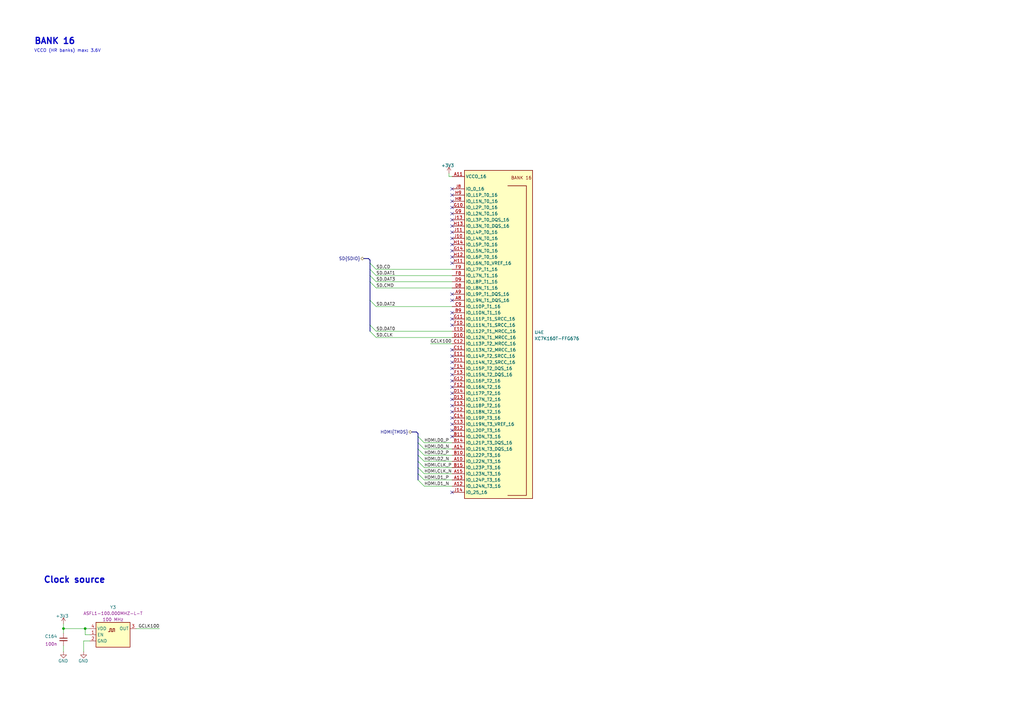
<source format=kicad_sch>
(kicad_sch (version 20230121) (generator eeschema)
  (paper "A3")
  (title_block (title "SO-DIMM DDR5 Tester") (date "2024-04-23") (rev "1.2.0") (comment 1 "www.antmicro.com") (comment 2 "Antmicro Ltd"))
  (junction (at 34.925 257.81))
  (junction (at 26.035 257.81))
  (no_connect (at 185.42 201.93))
  (no_connect (at 185.42 80.01))
  (no_connect (at 185.42 130.81))
  (no_connect (at 185.42 97.79))
  (no_connect (at 185.42 95.25))
  (no_connect (at 185.42 87.63))
  (no_connect (at 185.42 90.17))
  (no_connect (at 185.42 82.55))
  (no_connect (at 185.42 128.27))
  (no_connect (at 185.42 107.95))
  (no_connect (at 185.42 92.71))
  (no_connect (at 185.42 102.87))
  (no_connect (at 185.42 173.99))
  (no_connect (at 185.42 143.51))
  (no_connect (at 185.42 146.05))
  (no_connect (at 185.42 105.41))
  (no_connect (at 185.42 161.29))
  (no_connect (at 185.42 156.21))
  (no_connect (at 185.42 176.53))
  (no_connect (at 185.42 100.33))
  (no_connect (at 185.42 168.91))
  (no_connect (at 185.42 151.13))
  (no_connect (at 185.42 166.37))
  (no_connect (at 185.42 133.35))
  (no_connect (at 185.42 123.19))
  (no_connect (at 185.42 163.83))
  (no_connect (at 185.42 120.65))
  (no_connect (at 185.42 179.07))
  (no_connect (at 185.42 158.75))
  (no_connect (at 185.42 77.47))
  (no_connect (at 185.42 153.67))
  (no_connect (at 185.42 148.59))
  (no_connect (at 185.42 85.09))
  (no_connect (at 185.42 171.45))
  (bus_entry (at 154.305 135.89) (size -2.54 -2.54))
  (bus_entry (at 154.305 118.11) (size -2.54 -2.54))
  (bus_entry (at 154.305 115.57) (size -2.54 -2.54))
  (bus_entry (at 173.99 184.15) (size -2.54 -2.54))
  (bus_entry (at 154.305 125.73) (size -2.54 -2.54))
  (bus_entry (at 173.99 196.85) (size -2.54 -2.54))
  (bus_entry (at 173.99 186.69) (size -2.54 -2.54))
  (bus_entry (at 154.305 110.49) (size -2.54 -2.54))
  (bus_entry (at 173.99 194.31) (size -2.54 -2.54))
  (bus_entry (at 154.305 138.43) (size -2.54 -2.54))
  (bus_entry (at 173.99 189.23) (size -2.54 -2.54))
  (bus_entry (at 154.305 113.03) (size -2.54 -2.54))
  (bus_entry (at 173.99 181.61) (size -2.54 -2.54))
  (bus_entry (at 173.99 191.77) (size -2.54 -2.54))
  (bus_entry (at 173.99 199.39) (size -2.54 -2.54))
  (wire (pts (xy 154.305 113.03) (xy 185.42 113.03)))
  (bus (pts (xy 149.225 106.045) (xy 151.13 106.045)))
  (bus (pts (xy 171.45 177.8) (xy 171.45 179.07)))
  (bus (pts (xy 171.45 194.31) (xy 171.45 196.85)))
  (bus (pts (xy 171.45 186.69) (xy 171.45 189.23)))
  (bus (pts (xy 151.765 115.57) (xy 151.765 123.19)))
  (bus (pts (xy 151.765 133.35) (xy 151.765 135.89)))
  (bus (pts (xy 168.91 177.165) (xy 170.815 177.165)))
  (bus (pts (xy 170.815 177.165) (xy 171.45 177.8)))
  (wire (pts (xy 185.42 189.23) (xy 173.99 189.23)))
  (bus (pts (xy 151.765 123.19) (xy 151.765 133.35)))
  (wire (pts (xy 26.035 267.335) (xy 26.035 264.795)))
  (wire (pts (xy 185.42 186.69) (xy 173.99 186.69)))
  (wire (pts (xy 184.15 71.12) (xy 184.15 72.39)))
  (bus (pts (xy 151.13 106.045) (xy 151.765 106.68)))
  (wire (pts (xy 154.305 135.89) (xy 185.42 135.89)))
  (wire (pts (xy 154.305 138.43) (xy 185.42 138.43)))
  (wire (pts (xy 34.29 262.89) (xy 34.29 267.335)))
  (wire (pts (xy 154.305 115.57) (xy 185.42 115.57)))
  (bus (pts (xy 171.45 191.77) (xy 171.45 194.31)))
  (bus (pts (xy 151.765 110.49) (xy 151.765 113.03)))
  (bus (pts (xy 151.765 107.95) (xy 151.765 110.49)))
  (wire (pts (xy 176.53 140.97) (xy 185.42 140.97)))
  (bus (pts (xy 171.45 189.23) (xy 171.45 191.77)))
  (wire (pts (xy 26.035 257.81) (xy 34.925 257.81)))
  (bus (pts (xy 171.45 181.61) (xy 171.45 184.15)))
  (wire (pts (xy 185.42 181.61) (xy 173.99 181.61)))
  (wire (pts (xy 185.42 72.39) (xy 184.15 72.39)))
  (wire (pts (xy 185.42 196.85) (xy 173.99 196.85)))
  (wire (pts (xy 154.305 125.73) (xy 185.42 125.73)))
  (wire (pts (xy 185.42 194.31) (xy 173.99 194.31)))
  (wire (pts (xy 26.035 255.905) (xy 26.035 257.81)))
  (wire (pts (xy 34.925 260.35) (xy 34.925 257.81)))
  (wire (pts (xy 26.035 259.715) (xy 26.035 257.81)))
  (bus (pts (xy 171.45 179.07) (xy 171.45 181.61)))
  (bus (pts (xy 151.765 113.03) (xy 151.765 115.57)))
  (wire (pts (xy 36.83 262.89) (xy 34.29 262.89)))
  (bus (pts (xy 151.765 106.68) (xy 151.765 107.95)))
  (wire (pts (xy 34.925 257.81) (xy 36.83 257.81)))
  (wire (pts (xy 185.42 184.15) (xy 173.99 184.15)))
  (wire (pts (xy 154.305 118.11) (xy 185.42 118.11)))
  (wire (pts (xy 185.42 191.77) (xy 173.99 191.77)))
  (wire (pts (xy 154.305 110.49) (xy 185.42 110.49)))
  (wire (pts (xy 55.88 257.81) (xy 65.405 257.81)))
  (bus (pts (xy 171.45 184.15) (xy 171.45 186.69)))
  (wire (pts (xy 185.42 199.39) (xy 173.99 199.39)))
  (wire (pts (xy 36.83 260.35) (xy 34.925 260.35)))
  (text "Clock source" (at 17.78 239.395 0) (effects (font (size 2.54 2.54) (thickness 0.4978) bold) (justify left bottom)))
  (text "BANK 16" (at 13.97 18.415 0) (effects (font (size 2.4892 2.4892) (thickness 0.4978) bold) (justify left bottom)))
  (text "VCCO (HR banks) max: 3.6V" (at 13.97 21.59 0) (effects (font (size 1.27 1.27)) (justify left bottom)))
  (label "SD.DAT0" (at 154.305 135.89 0))
  (label "SD.CMD" (at 154.305 118.11 0))
  (label "GCLK100" (at 176.53 140.97 0))
  (label "SD.DAT1" (at 154.305 113.03 0))
  (label "SD.CD" (at 154.305 110.49 0))
  (label "SD.CLK" (at 154.305 138.43 0))
  (label "GCLK100" (at 65.405 257.81 180))
  (label "HDMI.D2_P" (at 173.99 186.69 0))
  (label "HDMI.D2_N" (at 173.99 189.23 0))
  (label "SD.DAT3" (at 154.305 115.57 0))
  (label "HDMI.CLK_N" (at 173.99 194.31 0))
  (label "HDMI.CLK_P" (at 173.99 191.77 0))
  (label "HDMI.D0_P" (at 173.99 181.61 0))
  (label "HDMI.D0_N" (at 173.99 184.15 0))
  (label "HDMI.D1_P" (at 173.99 196.85 0))
  (label "SD.DAT2" (at 154.305 125.73 0))
  (label "HDMI.D1_N" (at 173.99 199.39 0))
  (hierarchical_label "SD{SDIO}" (shape bidirectional) (at 149.225 106.045 180))
  (hierarchical_label "HDMI{TMDS}" (shape bidirectional) (at 168.91 177.165 180))
  (symbol (lib_id "antmicropower:GND") (at 34.29 267.335 0) (mirror y) (unit 1)
    (property "Reference" "#PWR0265" (effects hide))
    (property "Value" "GND" (at 36.195 271.78 0) (effects (justify left bottom)))
    (property "Author" "Antmicro" (effects hide))
    (property "License" "Apache-2.0" (effects hide))
  )
  (symbol (lib_id "antmicroCapacitors0402:C_100n_0402") (at 26.035 259.715 90) (mirror x) (unit 1)
    (property "Reference" "C164" (at 23.495 260.9913 90) (effects (justify left)))
    (property "Value" "C_100n_0402" (effects hide))
    (property "Footprint" "antmicro-footprints:C_0402_1005Metric" (effects hide))
    (property "Datasheet" "https://www.murata.com/products/productdetail?partno=GRM155R61H104KE14%23" (effects hide))
    (property "Manufacturer" "Murata" (effects hide))
    (property "MPN" "GRM155R61H104KE14D" (effects hide))
    (property "Val" "100n" (at 23.495 264.1662 90) (effects (justify left)))
    (property "License" "Apache-2.0" (effects hide))
    (property "Author" "Antmicro" (effects hide))
    (property "Voltage" "50V" (effects hide))
    (property "Dielectric" "X5R" (effects hide))
  )
  (symbol (lib_id "antmicroOscillators:Oscillator_100MHz_ASFL1") (at 36.83 257.81 0) (unit 1)
    (property "Reference" "Y3" (at 46.355 249.0612 0))
    (property "Value" "Oscillator_100MHz_ASFL1" (effects hide))
    (property "Footprint" "antmicro-footprints:Oscillator_SMD_Abracon_ASFL1-4Pin_5.0x3.2mm" (effects hide))
    (property "Datasheet" "https://abracon.com/Oscillators/ASFL1.pdf" (effects hide))
    (property "MPN" "ASFL1-100.000MHZ-L-T" (at 46.355 251.5849 0))
    (property "Manufacturer" "Abracon" (effects hide))
    (property "Val" "100 MHz" (at 46.355 254.1086 0))
    (property "Author" "Antmicro" (effects hide))
    (property "License" "Apache-2.0" (effects hide))
  )
  (symbol (lib_id "antmicroFPGAChips:XC7K160T-FFG676") (at 185.42 72.39 0) (unit 5)
    (property "Reference" "U4" (at 219.202 136.3294 0) (effects (justify left)))
    (property "Value" "XC7K160T-FFG676" (at 219.202 138.8597 0) (effects (justify left)))
    (property "Footprint" "antmicro-footprints:BGA-676_27x27mm_Layout26x26_P1x1mm_FFG676" (effects hide))
    (property "Datasheet" "https://docs.xilinx.com/v/u/en-US/ds180_7Series_Overview" (effects hide))
    (property "MPN" "XC7K160T-FFG676" (effects hide))
    (property "Author" "Antmicro" (effects hide))
    (property "License" "Apache-2.0" (effects hide))
    (property "Manufacturer" "AMD-Xilinx" (effects hide))
  )
  (symbol (lib_id "antmicropower:+3V3") (at 26.035 255.905 0) (unit 1)
    (property "Reference" "#PWR0263" (effects hide))
    (property "Value" "+3V3" (at 22.86 253.365 0) (effects (justify left bottom)))
    (property "Author" "Antmicro" (effects hide))
    (property "License" "Apache-2.0" (effects hide))
  )
  (symbol (lib_id "antmicropower:GND") (at 26.035 267.335 0) (mirror y) (unit 1)
    (property "Reference" "#PWR0264" (effects hide))
    (property "Value" "GND" (at 27.94 271.78 0) (effects (justify left bottom)))
    (property "Author" "Antmicro" (effects hide))
    (property "License" "Apache-2.0" (effects hide))
  )
  (symbol (lib_id "antmicropower:+3V3") (at 184.15 71.12 0) (unit 1)
    (property "Reference" "#PWR0262" (effects hide))
    (property "Value" "+3V3" (at 180.975 68.58 0) (effects (justify left bottom)))
    (property "Author" "Antmicro" (effects hide))
    (property "License" "Apache-2.0" (effects hide))
  )
)
</source>
